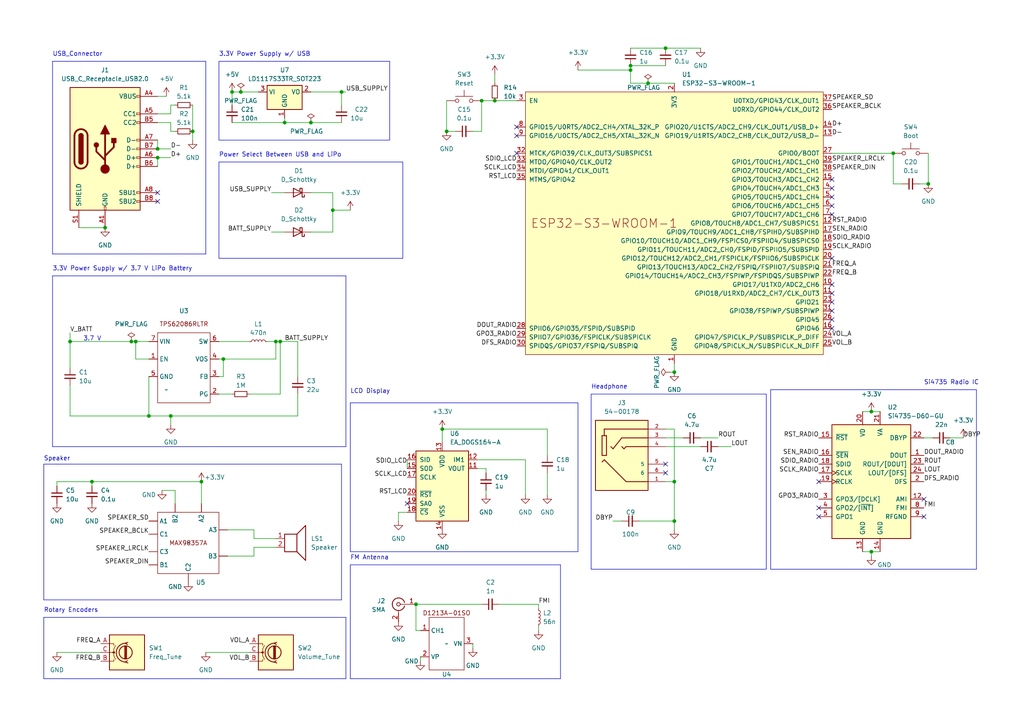
<source format=kicad_sch>
(kicad_sch (version 20231120) (generator "eeschema") (generator_version "8.0")
  (paper "A4")
  (lib_symbols
    (symbol "54-00178:54-00178" (pin_names (offset 1.016))
      (property "Reference" "J" (at -2.54 10.922 0))
      (property "Value" "54-00178" (at -5.08 -12.7 0))
      (symbol "54-00178_0_0"
        (pin passive line (at 12.7 -7.62 180) (length 5.08) (name "~") (number "1"))
        (pin passive line (at 12.7 7.62 180) (length 5.08) (name "~") (number "2"))
        (pin passive line (at 12.7 5.08 180) (length 5.08) (name "~") (number "3"))
        (pin passive line (at 12.7 2.54 180) (length 5.08) (name "~") (number "4"))
        (pin passive line (at 12.7 -2.54 180) (length 5.08) (name "5") (number "5"))
        (pin passive line (at 12.7 -5.08 180) (length 5.08) (name "6") (number "6"))
      )
    )
    (symbol "Connector:Conn_Coaxial" (pin_names (offset 1.016) hide)
      (property "Reference" "J" (at 0.254 3.048 0))
      (property "Value" "Conn_Coaxial" (at 2.921 0 90))
      (symbol "Conn_Coaxial_1_1"
        (pin passive line (at -5.08 0 0) (length 2.54) (name "In") (number "1"))
        (pin passive line (at 0 -5.08 90) (length 2.54) (name "Ext") (number "2"))
      )
    )
    (symbol "Connector:USB_C_Receptacle_USB2.0" (pin_names (offset 1.016))
      (property "Reference" "J" (at -10.16 19.05 0))
      (property "Value" "USB_C_Receptacle_USB2.0" (at 19.05 19.05 0))
      (symbol "USB_C_Receptacle_USB2.0_1_1"
        (pin passive line (at 0 -22.86 90) (length 5.08) (name "GND") (number "A1"))
        (pin passive line (at 0 -22.86 90) (length 5.08) hide (name "GND") (number "A12"))
        (pin passive line (at 15.24 15.24 180) (length 5.08) (name "VBUS") (number "A4"))
        (pin bidirectional line (at 15.24 10.16 180) (length 5.08) (name "CC1") (number "A5"))
        (pin bidirectional line (at 15.24 -2.54 180) (length 5.08) (name "D+") (number "A6"))
        (pin bidirectional line (at 15.24 2.54 180) (length 5.08) (name "D-") (number "A7"))
        (pin bidirectional line (at 15.24 -12.7 180) (length 5.08) (name "SBU1") (number "A8"))
        (pin passive line (at 15.24 15.24 180) (length 5.08) hide (name "VBUS") (number "A9"))
        (pin passive line (at 0 -22.86 90) (length 5.08) hide (name "GND") (number "B1"))
        (pin passive line (at 0 -22.86 90) (length 5.08) hide (name "GND") (number "B12"))
        (pin passive line (at 15.24 15.24 180) (length 5.08) hide (name "VBUS") (number "B4"))
        (pin bidirectional line (at 15.24 7.62 180) (length 5.08) (name "CC2") (number "B5"))
        (pin bidirectional line (at 15.24 -5.08 180) (length 5.08) (name "D+") (number "B6"))
        (pin bidirectional line (at 15.24 0 180) (length 5.08) (name "D-") (number "B7"))
        (pin bidirectional line (at 15.24 -15.24 180) (length 5.08) (name "SBU2") (number "B8"))
        (pin passive line (at 15.24 15.24 180) (length 5.08) hide (name "VBUS") (number "B9"))
        (pin passive line (at -7.62 -22.86 90) (length 5.08) (name "SHIELD") (number "S1"))
      )
    )
    (symbol "Device:C_Small" (pin_numbers hide) (pin_names (offset 0.254) hide)
      (property "Reference" "C" (at 0.254 1.778 0))
      (property "Value" "C_Small" (at 0.254 -2.032 0))
      (symbol "C_Small_1_1"
        (pin passive line (at 0 2.54 270) (length 2.032) (name "~") (number "1"))
        (pin passive line (at 0 -2.54 90) (length 2.032) (name "~") (number "2"))
      )
    )
    (symbol "Device:D_Schottky" (pin_numbers hide) (pin_names (offset 1.016) hide)
      (property "Reference" "D" (at 0 2.54 0))
      (property "Value" "D_Schottky" (at 0 -2.54 0))
      (symbol "D_Schottky_1_1"
        (pin passive line (at -3.81 0 0) (length 2.54) (name "K") (number "1"))
        (pin passive line (at 3.81 0 180) (length 2.54) (name "A") (number "2"))
      )
    )
    (symbol "Device:L_Small" (pin_numbers hide) (pin_names (offset 0.254) hide)
      (property "Reference" "L" (at 0.762 1.016 0))
      (property "Value" "L_Small" (at 0.762 -1.016 0))
      (symbol "L_Small_1_1"
        (pin passive line (at 0 2.54 270) (length 0.508) (name "~") (number "1"))
        (pin passive line (at 0 -2.54 90) (length 0.508) (name "~") (number "2"))
      )
    )
    (symbol "Device:R_Small" (pin_numbers hide) (pin_names (offset 0.254) hide)
      (property "Reference" "R" (at 0.762 0.508 0))
      (property "Value" "R_Small" (at 0.762 -1.016 0))
      (symbol "R_Small_1_1"
        (pin passive line (at 0 2.54 270) (length 0.762) (name "~") (number "1"))
        (pin passive line (at 0 -2.54 90) (length 0.762) (name "~") (number "2"))
      )
    )
    (symbol "Device:RotaryEncoder" (pin_names (offset 0.254) hide)
      (property "Reference" "SW" (at 0 6.604 0))
      (property "Value" "RotaryEncoder" (at 0 -6.604 0))
      (symbol "RotaryEncoder_1_1"
        (pin passive line (at -7.62 2.54 0) (length 2.54) (name "A") (number "A"))
        (pin passive line (at -7.62 -2.54 0) (length 2.54) (name "B") (number "B"))
        (pin passive line (at -7.62 0 0) (length 2.54) (name "C") (number "C"))
      )
    )
    (symbol "Device:Speaker" (pin_names (offset 0) hide)
      (property "Reference" "LS" (at 1.27 5.715 0))
      (property "Value" "Speaker" (at 1.27 3.81 0))
      (symbol "Speaker_1_1"
        (pin input line (at -5.08 0 0) (length 2.54) (name "1") (number "1"))
        (pin input line (at -5.08 -2.54 0) (length 2.54) (name "2") (number "2"))
      )
    )
    (symbol "Display_Graphic:EA_DOGS104B-A" (pin_names (offset 1.016))
      (property "Reference" "U" (at -5.842 11.684 0))
      (property "Value" "EA_DOGS104B-A" (at 1.524 11.684 0))
      (symbol "EA_DOGS104B-A_1_1"
        (pin no_connect line (at 7.62 0 180) (length 2.54) hide (name "NC") (number "1"))
        (pin no_connect line (at 7.62 -7.62 180) (length 2.54) hide (name "NC") (number "10"))
        (pin output line (at 10.16 5.08 180) (length 2.54) (name "VOUT") (number "11"))
        (pin input line (at 10.16 7.62 180) (length 2.54) (name "IM1") (number "12"))
        (pin power_in line (at 0 12.7 270) (length 2.54) (name "VDD") (number "13"))
        (pin power_in line (at 0 -12.7 90) (length 2.54) (name "VSS") (number "14"))
        (pin output line (at -10.16 5.08 0) (length 2.54) (name "SOD") (number "15"))
        (pin input line (at -10.16 7.62 0) (length 2.54) (name "SID") (number "16"))
        (pin input line (at -10.16 2.54 0) (length 2.54) (name "SCLK") (number "17"))
        (pin input line (at -10.16 -7.62 0) (length 2.54) (name "~{CS}") (number "18"))
        (pin input line (at -10.16 -5.08 0) (length 2.54) (name "SA0") (number "19"))
        (pin no_connect line (at 7.62 -2.54 180) (length 2.54) hide (name "NC") (number "2"))
        (pin input line (at -10.16 -2.54 0) (length 2.54) (name "~{RST}") (number "20"))
        (pin no_connect line (at 7.62 -5.08 180) (length 2.54) hide (name "NC") (number "9"))
      )
    )
    (symbol "PCM_Espressif:ESP32-S3-WROOM-1" (pin_names (offset 1.016))
      (property "Reference" "U" (at -43.18 43.18 0))
      (property "Value" "ESP32-S3-WROOM-1" (at -43.18 40.64 0))
      (symbol "ESP32-S3-WROOM-1_0_0"
        (text "ESP32-S3-WROOM-1" (at -20.32 0 0) (effects (font (size 2.54 2.54))))
        (pin power_in line (at 0 -40.64 90) (length 2.54) (name "GND") (number "1"))
        (pin bidirectional line (at 45.72 -17.78 180) (length 2.54) (name "GPIO17/U1TXD/ADC2_CH6") (number "10"))
        (pin bidirectional line (at 45.72 -20.32 180) (length 2.54) (name "GPIO18/U1RXD/ADC2_CH7/CLK_OUT3") (number "11"))
        (pin bidirectional line (at 45.72 0 180) (length 2.54) (name "GPIO8/TOUCH8/ADC1_CH7/SUBSPICS1") (number "12"))
        (pin bidirectional line (at 45.72 25.4 180) (length 2.54) (name "GPIO19/U1RTS/ADC2_CH8/CLK_OUT2/USB_D-") (number "13"))
        (pin bidirectional line (at 45.72 27.94 180) (length 2.54) (name "GPIO20/U1CTS/ADC2_CH9/CLK_OUT1/USB_D+") (number "14"))
        (pin bidirectional line (at 45.72 12.7 180) (length 2.54) (name "GPIO3/TOUCH3/ADC1_CH2") (number "15"))
        (pin bidirectional line (at 45.72 -30.48 180) (length 2.54) (name "GPIO46") (number "16"))
        (pin bidirectional line (at 45.72 -2.54 180) (length 2.54) (name "GPIO9/TOUCH9/ADC1_CH8/FSPIHD/SUBSPIHD") (number "17"))
        (pin bidirectional line (at 45.72 -5.08 180) (length 2.54) (name "GPIO10/TOUCH10/ADC1_CH9/FSPICS0/FSPIIO4/SUBSPICS0") (number "18"))
        (pin bidirectional line (at 45.72 -7.62 180) (length 2.54) (name "GPIO11/TOUCH11/ADC2_CH0/FSPID/FSPIIO5/SUBSPID") (number "19"))
        (pin power_in line (at 0 40.64 270) (length 2.54) (name "3V3") (number "2"))
        (pin bidirectional line (at 45.72 -10.16 180) (length 2.54) (name "GPIO12/TOUCH12/ADC2_CH1/FSPICLK/FSPIIO6/SUBSPICLK") (number "20"))
        (pin bidirectional line (at 45.72 -12.7 180) (length 2.54) (name "GPIO13/TOUCH13/ADC2_CH2/FSPIQ/FSPIIO7/SUBSPIQ") (number "21"))
        (pin bidirectional line (at 45.72 -15.24 180) (length 2.54) (name "GPIO14/TOUCH14/ADC2_CH3/FSPIWP/FSPIDQS/SUBSPIWP") (number "22"))
        (pin bidirectional line (at 45.72 -22.86 180) (length 2.54) (name "GPIO21") (number "23"))
        (pin bidirectional line (at 45.72 -33.02 180) (length 2.54) (name "GPIO47/SPICLK_P/SUBSPICLK_P_DIFF") (number "24"))
        (pin bidirectional line (at 45.72 -35.56 180) (length 2.54) (name "GPIO48/SPICLK_N/SUBSPICLK_N_DIFF") (number "25"))
        (pin bidirectional line (at 45.72 -27.94 180) (length 2.54) (name "GPIO45") (number "26"))
        (pin bidirectional line (at 45.72 20.32 180) (length 2.54) (name "GPIO0/BOOT") (number "27"))
        (pin bidirectional line (at -45.72 -30.48 0) (length 2.54) (name "SPIIO6/GPIO35/FSPID/SUBSPID") (number "28"))
        (pin bidirectional line (at -45.72 -33.02 0) (length 2.54) (name "SPIIO7/GPIO36/FSPICLK/SUBSPICLK") (number "29"))
        (pin input line (at -45.72 35.56 0) (length 2.54) (name "EN") (number "3"))
        (pin bidirectional line (at -45.72 -35.56 0) (length 2.54) (name "SPIDQS/GPIO37/FSPIQ/SUBSPIQ") (number "30"))
        (pin bidirectional line (at 45.72 -25.4 180) (length 2.54) (name "GPIO38/FSPIWP/SUBSPIWP") (number "31"))
        (pin bidirectional line (at -45.72 20.32 0) (length 2.54) (name "MTCK/GPIO39/CLK_OUT3/SUBSPICS1") (number "32"))
        (pin bidirectional line (at -45.72 17.78 0) (length 2.54) (name "MTDO/GPIO40/CLK_OUT2") (number "33"))
        (pin bidirectional line (at -45.72 15.24 0) (length 2.54) (name "MTDI/GPIO41/CLK_OUT1") (number "34"))
        (pin bidirectional line (at -45.72 12.7 0) (length 2.54) (name "MTMS/GPIO42") (number "35"))
        (pin bidirectional line (at 45.72 33.02 180) (length 2.54) (name "U0RXD/GPIO44/CLK_OUT2") (number "36"))
        (pin bidirectional line (at 45.72 35.56 180) (length 2.54) (name "U0TXD/GPIO43/CLK_OUT1") (number "37"))
        (pin bidirectional line (at 45.72 15.24 180) (length 2.54) (name "GPIO2/TOUCH2/ADC1_CH1") (number "38"))
        (pin bidirectional line (at 45.72 17.78 180) (length 2.54) (name "GPIO1/TOUCH1/ADC1_CH0") (number "39"))
        (pin bidirectional line (at 45.72 10.16 180) (length 2.54) (name "GPIO4/TOUCH4/ADC1_CH3") (number "4"))
        (pin passive line (at 0 -40.64 90) (length 2.54) hide (name "GND") (number "40"))
        (pin passive line (at 0 -40.64 90) (length 2.54) hide (name "GND") (number "41"))
        (pin bidirectional line (at 45.72 7.62 180) (length 2.54) (name "GPIO5/TOUCH5/ADC1_CH4") (number "5"))
        (pin bidirectional line (at 45.72 5.08 180) (length 2.54) (name "GPIO6/TOUCH6/ADC1_CH5") (number "6"))
        (pin bidirectional line (at 45.72 2.54 180) (length 2.54) (name "GPIO7/TOUCH7/ADC1_CH6") (number "7"))
        (pin bidirectional line (at -45.72 27.94 0) (length 2.54) (name "GPIO15/U0RTS/ADC2_CH4/XTAL_32K_P") (number "8"))
        (pin bidirectional line (at -45.72 25.4 0) (length 2.54) (name "GPIO16/U0CTS/ADC2_CH5/XTAL_32K_N") (number "9"))
      )
    )
    (symbol "RF_AM_FM:Si4735-D60-GU" (pin_names (offset 1.016))
      (property "Reference" "U" (at -5.08 19.685 0))
      (property "Value" "Si4735-D60-GU" (at -5.08 17.78 0))
      (symbol "Si4735-D60-GU_1_1"
        (pin output line (at 15.24 7.62 180) (length 3.81) (name "DOUT") (number "1"))
        (pin no_connect line (at -5.08 -16.51 90) (length 3.81) hide (name "NC") (number "10"))
        (pin no_connect line (at 5.08 -16.51 90) (length 3.81) hide (name "NC") (number "11"))
        (pin input line (at 15.24 -5.08 180) (length 3.81) (name "AMI") (number "12"))
        (pin power_in line (at -2.54 -20.32 90) (length 3.81) (name "GND") (number "13"))
        (pin power_in line (at 2.54 -20.32 90) (length 3.81) (name "GND") (number "14"))
        (pin input line (at -15.24 12.7 0) (length 3.81) (name "~{RST}") (number "15"))
        (pin input line (at -15.24 7.62 0) (length 3.81) (name "~{SEN}") (number "16"))
        (pin input clock (at -15.24 2.54 0) (length 3.81) (name "SCLK") (number "17"))
        (pin bidirectional line (at -15.24 5.08 0) (length 3.81) (name "SDIO") (number "18"))
        (pin input clock (at -15.24 0 0) (length 3.81) (name "RCLK") (number "19"))
        (pin input line (at 15.24 0 180) (length 3.81) (name "DFS") (number "2"))
        (pin power_in line (at -2.54 20.32 270) (length 3.81) (name "VD") (number "20"))
        (pin power_in line (at 2.54 20.32 270) (length 3.81) (name "VA") (number "21"))
        (pin passive line (at 15.24 12.7 180) (length 3.81) (name "DBYP") (number "22"))
        (pin output line (at 15.24 5.08 180) (length 3.81) (name "ROUT/[DOUT]") (number "23"))
        (pin bidirectional line (at 15.24 2.54 180) (length 3.81) (name "LOUT/[DFS]") (number "24"))
        (pin bidirectional line (at -15.24 -5.08 0) (length 3.81) (name "GPO3/[DCLK]") (number "3"))
        (pin output line (at -15.24 -7.62 0) (length 3.81) (name "GPO2/[~{INT}]") (number "4"))
        (pin output line (at -15.24 -10.16 0) (length 3.81) (name "GPO1") (number "5"))
        (pin no_connect line (at -11.43 -12.7 0) (length 3.81) hide (name "NC") (number "6"))
        (pin no_connect line (at 11.43 -12.7 180) (length 3.81) hide (name "NC") (number "7"))
        (pin input line (at 15.24 -7.62 180) (length 3.81) (name "FMI") (number "8"))
        (pin power_in line (at 15.24 -10.16 180) (length 3.81) (name "RFGND") (number "9"))
      )
    )
    (symbol "Regulator_Linear:LD1117S33TR_SOT223"
      (property "Reference" "U" (at -3.81 3.175 0))
      (property "Value" "LD1117S33TR_SOT223" (at 0 3.175 0))
      (symbol "LD1117S33TR_SOT223_1_1"
        (pin power_in line (at 0 -7.62 90) (length 2.54) (name "GND") (number "1"))
        (pin power_out line (at 7.62 0 180) (length 2.54) (name "VO") (number "2"))
        (pin power_in line (at -7.62 0 0) (length 2.54) (name "VI") (number "3"))
      )
    )
    (symbol "Switch:SW_Push" (pin_numbers hide) (pin_names (offset 1.016) hide)
      (property "Reference" "SW" (at 1.27 2.54 0))
      (property "Value" "SW_Push" (at 0 -1.524 0))
      (symbol "SW_Push_0_1"
        (pin passive line (at -5.08 0 0) (length 2.54) (name "1") (number "1"))
        (pin passive line (at 5.08 0 180) (length 2.54) (name "2") (number "2"))
      )
    )
    (symbol "power:+3.3V" (power) (pin_names (offset 0))
      (property "Value" "+3.3V" (at 0 3.556 0))
      (symbol "+3.3V_1_1"
        (pin power_in line (at 0 0 90) (length 0) hide (name "+3.3V") (number "1"))
      )
    )
    (symbol "power:+5V" (power) (pin_names (offset 0))
      (property "Value" "+5V" (at 0 3.556 0))
      (symbol "+5V_1_1"
        (pin power_in line (at 0 0 90) (length 0) hide (name "+5V") (number "1"))
      )
    )
    (symbol "power:GND" (power) (pin_names (offset 0))
      (property "Value" "GND" (at 0 -3.81 0))
      (symbol "GND_1_1"
        (pin power_in line (at 0 0 270) (length 0) hide (name "GND") (number "1"))
      )
    )
    (symbol "power:PWR_FLAG" (power) (pin_numbers hide) (pin_names (offset 0) hide)
      (property "Value" "PWR_FLAG" (at 0 3.81 0))
      (symbol "PWR_FLAG_0_0"
        (pin power_out line (at 0 0 90) (length 0) (name "pwr") (number "1"))
      )
    )
    (symbol "radio-proj:D1213A-01SO"
      (property "Reference" "U4" (at 0 -8.89 0))
      (property "Value" "~" (at 0 0 0))
      (symbol "D1213A-01SO_1_1"
        (text "D1213A-01SO" (at 0 8.89 0) (effects (font (size 1.27 1.27))))
        (pin input line (at -7.62 3.81 0) (length 2.54) (name "CH1") (number "1"))
        (pin input line (at -7.62 -3.81 0) (length 2.54) (name "VP") (number "2"))
        (pin input line (at 7.62 0 180) (length 2.54) (name "VN") (number "3"))
      )
    )
    (symbol "radio-proj:MAX98357A"
      (property "Reference" "U5" (at 2.1941 -11.43 0))
      (property "Value" "~" (at 0 0 0))
      (symbol "MAX98357A_1_1"
        (text "MAX98357A" (at 0 0 0) (effects (font (size 1.27 1.27))))
        (pin input line (at -11.43 6.35 0) (length 2.54) (name "A1") (number ""))
        (pin input line (at 3.81 11.43 270) (length 2.54) (name "A2") (number ""))
        (pin output line (at 11.43 3.81 180) (length 2.54) (name "A3") (number ""))
        (pin input line (at -11.43 -6.35 0) (length 2.54) (name "B1") (number ""))
        (pin input line (at -3.81 11.43 270) (length 2.54) (name "B2") (number ""))
        (pin output line (at 11.43 -3.81 180) (length 2.54) (name "B3") (number ""))
        (pin input line (at -11.43 2.54 0) (length 2.54) (name "C1") (number ""))
        (pin input line (at 0 -11.43 90) (length 2.54) (name "C2") (number ""))
        (pin input line (at -11.43 -2.54 0) (length 2.54) (name "C3") (number ""))
      )
    )
    (symbol "radio-proj:TPS62086RLTR"
      (property "Reference" "U" (at 0 -10.16 0))
      (symbol "TPS62086RLTR_1_1"
        (text "TPS62086RLTR" (at 0 13.97 0) (effects (font (size 1.27 1.27))))
        (pin input line (at -10.16 3.81 0) (length 2.54) (name "EN") (number "1"))
        (pin output line (at 10.16 -6.35 180) (length 2.54) (name "PG") (number "2"))
        (pin input line (at 10.16 -1.27 180) (length 2.54) (name "FB") (number "3"))
        (pin input line (at 10.16 3.81 180) (length 2.54) (name "VOS") (number "4"))
        (pin input line (at -10.16 -1.27 0) (length 2.54) (name "GND") (number "5"))
        (pin power_out line (at 10.16 8.89 180) (length 2.54) (name "SW") (number "6"))
        (pin power_in line (at -10.16 8.89 0) (length 2.54) (name "VIN") (number "7"))
      )
    )
  )
  (junction (at 182.88 19.05))
  (junction (at 120.65 175.26))
  (junction (at 67.31 26.67))
  (junction (at 45.72 45.72))
  (junction (at 49.53 120.65))
  (junction (at 90.17 35.56))
  (junction (at 26.67 139.7))
  (junction (at 259.08 44.45))
  (junction (at 20.32 99.06))
  (junction (at 143.51 29.21))
  (junction (at 38.1 99.06))
  (junction (at 55.88 38.1))
  (junction (at 269.24 53.34))
  (junction (at 195.58 151.13))
  (junction (at 81.28 99.06))
  (junction (at 187.96 24.13))
  (junction (at 30.48 66.04))
  (junction (at 69.85 26.67))
  (junction (at 129.54 38.1))
  (junction (at 39.37 99.06))
  (junction (at 64.77 104.14))
  (junction (at 80.01 99.06))
  (junction (at 58.42 139.7))
  (junction (at 139.7 29.21))
  (junction (at 45.72 43.18))
  (junction (at 193.04 13.97))
  (junction (at 99.06 26.67))
  (junction (at 195.58 107.95))
  (junction (at 43.18 120.65))
  (junction (at 96.52 60.96))
  (junction (at 82.55 35.56))
  (junction (at 195.58 139.7))
  (junction (at 128.27 124.46))
  (junction (at 182.88 20.32))
  (junction (at 252.73 119.38))
  (junction (at 252.73 160.02))
  (no_connect (at 241.3 87.63))
  (no_connect (at 149.86 44.45))
  (no_connect (at 241.3 95.25))
  (no_connect (at 267.97 149.86))
  (no_connect (at 45.72 58.42))
  (no_connect (at 118.11 146.05))
  (no_connect (at 267.97 144.78))
  (no_connect (at 241.3 62.23))
  (no_connect (at 241.3 90.17))
  (no_connect (at 241.3 57.15))
  (no_connect (at 237.49 147.32))
  (no_connect (at 237.49 139.7))
  (no_connect (at 241.3 85.09))
  (no_connect (at 193.04 134.62))
  (no_connect (at 241.3 54.61))
  (no_connect (at 149.86 36.83))
  (no_connect (at 241.3 82.55))
  (no_connect (at 241.3 92.71))
  (no_connect (at 149.86 39.37))
  (no_connect (at 193.04 137.16))
  (no_connect (at 45.72 55.88))
  (no_connect (at 237.49 149.86))
  (no_connect (at 241.3 74.93))
  (no_connect (at 241.3 59.69))
  (no_connect (at 241.3 52.07))
  (wire (pts (xy 81.28 114.3) (xy 81.28 99.06)))
  (wire (pts (xy 20.32 111.76) (xy 20.32 120.65)))
  (wire (pts (xy 252.73 119.38) (xy 255.27 119.38)))
  (wire (pts (xy 96.52 60.96) (xy 101.6 60.96)))
  (wire (pts (xy 86.36 109.22) (xy 86.36 99.06)))
  (wire (pts (xy 158.75 124.46) (xy 128.27 124.46)))
  (wire (pts (xy 193.04 139.7) (xy 195.58 139.7)))
  (wire (pts (xy 152.4 133.35) (xy 138.43 133.35)))
  (wire (pts (xy 182.88 20.32) (xy 182.88 19.05)))
  (polyline (pts (xy 15.24 80.01) (xy 100.33 80.01)))
  (wire (pts (xy 182.88 24.13) (xy 182.88 20.32)))
  (polyline (pts (xy 283.21 165.1) (xy 223.52 165.1)))
  (wire (pts (xy 45.72 33.02) (xy 49.53 33.02)))
  (polyline (pts (xy 12.7 173.99) (xy 12.7 134.62)))
  (wire (pts (xy 193.04 127) (xy 198.12 127)))
  (wire (pts (xy 82.55 35.56) (xy 90.17 35.56)))
  (wire (pts (xy 120.65 175.26) (xy 139.7 175.26)))
  (wire (pts (xy 275.59 127) (xy 279.4 127)))
  (wire (pts (xy 49.53 120.65) (xy 86.36 120.65)))
  (wire (pts (xy 50.8 30.48) (xy 49.53 30.48)))
  (wire (pts (xy 203.2 127) (xy 208.28 127)))
  (wire (pts (xy 49.53 30.48) (xy 49.53 33.02)))
  (wire (pts (xy 49.53 35.56) (xy 49.53 38.1)))
  (wire (pts (xy 20.32 99.06) (xy 20.32 96.52)))
  (wire (pts (xy 67.31 35.56) (xy 82.55 35.56)))
  (wire (pts (xy 195.58 139.7) (xy 195.58 151.13)))
  (wire (pts (xy 73.66 158.75) (xy 80.01 158.75)))
  (wire (pts (xy 252.73 160.02) (xy 252.73 161.29)))
  (wire (pts (xy 140.97 142.24) (xy 140.97 143.51)))
  (polyline (pts (xy 223.52 121.92) (xy 223.52 165.1)))
  (wire (pts (xy 96.52 55.88) (xy 96.52 60.96)))
  (polyline (pts (xy 59.69 73.66) (xy 15.24 73.66)))
  (polyline (pts (xy 100.33 196.85) (xy 100.33 179.07)))
  (wire (pts (xy 58.42 139.7) (xy 26.67 139.7)))
  (wire (pts (xy 250.19 119.38) (xy 252.73 119.38)))
  (wire (pts (xy 39.37 104.14) (xy 39.37 99.06)))
  (wire (pts (xy 55.88 38.1) (xy 55.88 40.64)))
  (wire (pts (xy 78.74 55.88) (xy 82.55 55.88)))
  (polyline (pts (xy 283.21 113.03) (xy 283.21 165.1)))
  (wire (pts (xy 120.65 182.88) (xy 121.92 182.88)))
  (wire (pts (xy 195.58 105.41) (xy 195.58 107.95)))
  (wire (pts (xy 20.32 106.68) (xy 20.32 99.06)))
  (wire (pts (xy 59.69 189.23) (xy 72.39 189.23)))
  (wire (pts (xy 86.36 114.3) (xy 86.36 120.65)))
  (polyline (pts (xy 99.06 173.99) (xy 12.7 173.99)))
  (polyline (pts (xy 63.5 129.54) (xy 15.24 129.54)))
  (wire (pts (xy 156.21 175.26) (xy 156.21 176.53)))
  (wire (pts (xy 143.51 21.59) (xy 143.51 24.13)))
  (polyline (pts (xy 162.56 196.85) (xy 101.6 196.85)))
  (polyline (pts (xy 12.7 196.85) (xy 100.33 196.85)))
  (wire (pts (xy 193.04 13.97) (xy 203.2 13.97)))
  (wire (pts (xy 139.7 29.21) (xy 143.51 29.21)))
  (wire (pts (xy 252.73 160.02) (xy 255.27 160.02)))
  (wire (pts (xy 81.28 99.06) (xy 80.01 99.06)))
  (wire (pts (xy 50.8 142.24) (xy 50.8 146.05)))
  (polyline (pts (xy 223.52 121.92) (xy 223.52 113.03)))
  (wire (pts (xy 45.72 45.72) (xy 49.53 45.72)))
  (wire (pts (xy 129.54 38.1) (xy 132.08 38.1)))
  (polyline (pts (xy 100.33 80.01) (xy 100.33 129.54)))
  (wire (pts (xy 267.97 127) (xy 270.51 127)))
  (wire (pts (xy 266.7 53.34) (xy 269.24 53.34)))
  (wire (pts (xy 49.53 123.19) (xy 49.53 120.65)))
  (wire (pts (xy 156.21 181.61) (xy 156.21 182.88)))
  (polyline (pts (xy 12.7 179.07) (xy 100.33 179.07)))
  (polyline (pts (xy 15.24 17.78) (xy 59.69 17.78)))
  (wire (pts (xy 90.17 55.88) (xy 96.52 55.88)))
  (wire (pts (xy 80.01 104.14) (xy 80.01 99.06)))
  (polyline (pts (xy 16.51 134.62) (xy 99.06 134.62)))
  (wire (pts (xy 96.52 67.31) (xy 90.17 67.31)))
  (wire (pts (xy 177.8 151.13) (xy 180.34 151.13)))
  (wire (pts (xy 208.28 129.54) (xy 212.09 129.54)))
  (wire (pts (xy 194.31 107.95) (xy 195.58 107.95)))
  (wire (pts (xy 140.97 135.89) (xy 140.97 137.16)))
  (wire (pts (xy 195.58 24.13) (xy 187.96 24.13)))
  (wire (pts (xy 90.17 35.56) (xy 99.06 35.56)))
  (wire (pts (xy 80.01 99.06) (xy 77.47 99.06)))
  (wire (pts (xy 63.5 104.14) (xy 64.77 104.14)))
  (wire (pts (xy 250.19 160.02) (xy 252.73 160.02)))
  (wire (pts (xy 49.53 38.1) (xy 50.8 38.1)))
  (polyline (pts (xy 12.7 134.62) (xy 16.51 134.62)))
  (wire (pts (xy 193.04 129.54) (xy 203.2 129.54)))
  (wire (pts (xy 45.72 40.64) (xy 45.72 43.18)))
  (wire (pts (xy 182.88 19.05) (xy 193.04 19.05)))
  (wire (pts (xy 138.43 135.89) (xy 140.97 135.89)))
  (polyline (pts (xy 101.6 163.83) (xy 101.6 196.85)))
  (wire (pts (xy 63.5 99.06) (xy 72.39 99.06)))
  (wire (pts (xy 259.08 44.45) (xy 259.08 53.34)))
  (wire (pts (xy 121.92 190.5) (xy 121.92 191.77)))
  (wire (pts (xy 73.66 156.21) (xy 80.01 156.21)))
  (wire (pts (xy 185.42 151.13) (xy 195.58 151.13)))
  (wire (pts (xy 46.99 142.24) (xy 50.8 142.24)))
  (wire (pts (xy 63.5 114.3) (xy 67.31 114.3)))
  (wire (pts (xy 43.18 109.22) (xy 43.18 120.65)))
  (wire (pts (xy 39.37 99.06) (xy 43.18 99.06)))
  (wire (pts (xy 144.78 175.26) (xy 156.21 175.26)))
  (wire (pts (xy 182.88 13.97) (xy 193.04 13.97)))
  (wire (pts (xy 45.72 27.94) (xy 48.26 27.94)))
  (wire (pts (xy 74.93 26.67) (xy 69.85 26.67)))
  (wire (pts (xy 78.74 67.31) (xy 82.55 67.31)))
  (polyline (pts (xy 15.24 80.01) (xy 15.24 129.54)))
  (polyline (pts (xy 162.56 163.83) (xy 162.56 196.85)))
  (wire (pts (xy 195.58 124.46) (xy 195.58 139.7)))
  (wire (pts (xy 16.51 189.23) (xy 29.21 189.23)))
  (wire (pts (xy 118.11 133.35) (xy 118.11 135.89)))
  (polyline (pts (xy 99.06 134.62) (xy 99.06 173.99)))
  (wire (pts (xy 16.51 139.7) (xy 16.51 140.97)))
  (wire (pts (xy 73.66 153.67) (xy 73.66 156.21)))
  (wire (pts (xy 45.72 45.72) (xy 45.72 48.26)))
  (wire (pts (xy 152.4 143.51) (xy 152.4 133.35)))
  (wire (pts (xy 137.16 186.69) (xy 137.16 187.96)))
  (wire (pts (xy 55.88 30.48) (xy 55.88 38.1)))
  (wire (pts (xy 241.3 44.45) (xy 259.08 44.45)))
  (polyline (pts (xy 63.5 129.54) (xy 100.33 129.54)))
  (polyline (pts (xy 12.7 179.07) (xy 12.7 196.85)))
  (wire (pts (xy 99.06 26.67) (xy 99.06 30.48)))
  (wire (pts (xy 22.86 66.04) (xy 30.48 66.04)))
  (wire (pts (xy 20.32 99.06) (xy 38.1 99.06)))
  (wire (pts (xy 64.77 104.14) (xy 80.01 104.14)))
  (wire (pts (xy 63.5 109.22) (xy 64.77 109.22)))
  (wire (pts (xy 58.42 146.05) (xy 58.42 139.7)))
  (wire (pts (xy 187.96 24.13) (xy 182.88 24.13)))
  (wire (pts (xy 167.64 20.32) (xy 182.88 20.32)))
  (polyline (pts (xy 101.6 163.83) (xy 162.56 163.83)))
  (wire (pts (xy 195.58 151.13) (xy 195.58 153.67)))
  (wire (pts (xy 259.08 53.34) (xy 261.62 53.34)))
  (polyline (pts (xy 223.52 113.03) (xy 283.21 113.03)))
  (wire (pts (xy 26.67 139.7) (xy 16.51 139.7)))
  (wire (pts (xy 43.18 104.14) (xy 39.37 104.14)))
  (wire (pts (xy 96.52 60.96) (xy 96.52 67.31)))
  (wire (pts (xy 26.67 139.7) (xy 26.67 140.97)))
  (wire (pts (xy 137.16 38.1) (xy 139.7 38.1)))
  (polyline (pts (xy 15.24 17.78) (xy 15.24 73.66)))
  (wire (pts (xy 64.77 109.22) (xy 64.77 104.14)))
  (wire (pts (xy 82.55 34.29) (xy 82.55 35.56)))
  (wire (pts (xy 128.27 124.46) (xy 128.27 128.27)))
  (wire (pts (xy 269.24 53.34) (xy 269.24 44.45)))
  (wire (pts (xy 67.31 26.67) (xy 67.31 30.48)))
  (wire (pts (xy 158.75 132.08) (xy 158.75 124.46)))
  (wire (pts (xy 20.32 120.65) (xy 43.18 120.65)))
  (wire (pts (xy 90.17 26.67) (xy 99.06 26.67)))
  (wire (pts (xy 158.75 137.16) (xy 158.75 143.51)))
  (wire (pts (xy 45.72 35.56) (xy 49.53 35.56)))
  (wire (pts (xy 129.54 29.21) (xy 129.54 38.1)))
  (wire (pts (xy 45.72 43.18) (xy 49.53 43.18)))
  (wire (pts (xy 118.11 148.59) (xy 115.57 148.59)))
  (wire (pts (xy 72.39 114.3) (xy 81.28 114.3)))
  (wire (pts (xy 193.04 124.46) (xy 195.58 124.46)))
  (wire (pts (xy 81.28 99.06) (xy 86.36 99.06)))
  (wire (pts (xy 73.66 161.29) (xy 73.66 158.75)))
  (wire (pts (xy 143.51 29.21) (xy 149.86 29.21)))
  (wire (pts (xy 69.85 26.67) (xy 67.31 26.67)))
  (wire (pts (xy 38.1 99.06) (xy 39.37 99.06)))
  (wire (pts (xy 99.06 26.67) (xy 100.33 26.67)))
  (wire (pts (xy 120.65 175.26) (xy 120.65 182.88)))
  (wire (pts (xy 66.04 153.67) (xy 73.66 153.67)))
  (wire (pts (xy 139.7 38.1) (xy 139.7 29.21)))
  (polyline (pts (xy 59.69 17.78) (xy 59.69 73.66)))
  (wire (pts (xy 43.18 120.65) (xy 49.53 120.65)))
  (wire (pts (xy 66.04 161.29) (xy 73.66 161.29)))
  (wire (pts (xy 115.57 148.59) (xy 115.57 151.13)))
  (rectangle (start 101.6 116.84) (end 167.64 160.02))
  (rectangle (start 171.45 114.3) (end 222.25 165.1))
  (rectangle (start 63.5 17.78) (end 113.03 40.64))
  (rectangle (start 63.5 46.99) (end 116.84 74.93))
  (text "Headphone" (at 171.45 113.03 0) (effects (font (size 1.27 1.27)) (justify left bottom)))
  (text "3.3V Power Supply w/ USB\n" (at 63.5 16.51 0) (effects (font (size 1.27 1.27)) (justify left bottom)))
  (text "USB_Connector\n" (at 15.24 16.51 0) (effects (font (size 1.27 1.27)) (justify left bottom)))
  (text "Speaker\n\n" (at 12.7 135.89 0) (effects (font (size 1.27 1.27)) (justify left bottom)))
  (text "Si4735 Radio IC" (at 267.97 111.76 0) (effects (font (size 1.27 1.27)) (justify left bottom)))
  (text "FM Antenna" (at 101.6 162.56 0) (effects (font (size 1.27 1.27)) (justify left bottom)))
  (text "Power Select Between USB and LiPo" (at 63.5 45.72 0) (effects (font (size 1.27 1.27)) (justify left bottom)))
  (text "Rotary Encoders\n" (at 12.7 177.8 0) (effects (font (size 1.27 1.27)) (justify left bottom)))
  (text "LCD Display\n" (at 101.6 114.3 0) (effects (font (size 1.27 1.27)) (justify left bottom)))
  (text "3.7 V" (at 24.13 99.06 0) (effects (font (size 1.27 1.27)) (justify left bottom)))
  (text "3.3V Power Supply w/ 3.7 V LiPo Battery\n" (at 15.24 78.74 0) (effects (font (size 1.27 1.27)) (justify left bottom)))
  (label "SPEAKER_SD" (at 241.3 29.21 0))
  (label "DFS_RADIO" (at 149.86 100.33 180))
  (label "SCLK_LCD" (at 149.86 49.53 180))
  (label "SDIO_LCD" (at 118.11 134.62 180))
  (label "DFS_RADIO" (at 267.97 139.7 0))
  (label "SDIO_RADIO" (at 237.49 134.62 180))
  (label "D-" (at 49.53 43.18 0))
  (label "VOL_B" (at 72.39 191.77 180))
  (label "SEN_RADIO" (at 237.49 132.08 180))
  (label "USB_SUPPLY" (at 78.74 55.88 180))
  (label "FREQ_B" (at 241.3 80.01 0))
  (label "RST_RADIO" (at 241.3 64.77 0))
  (label "SPEAKER_DIN" (at 241.3 49.53 0))
  (label "SPEAKER_BCLK" (at 241.3 31.75 0))
  (label "SDIO_LCD" (at 149.86 46.99 180))
  (label "SPEAKER_DIN" (at 43.18 163.83 180))
  (label "V_BATT" (at 20.32 96.52 0))
  (label "DOUT_RADIO" (at 267.97 132.08 0))
  (label "ROUT" (at 267.97 134.62 0))
  (label "DBYP" (at 177.8 151.13 180))
  (label "SPEAKER_SD" (at 43.18 151.13 180))
  (label "D+" (at 49.53 45.72 0))
  (label "SCLK_LCD" (at 118.11 138.43 180))
  (label "SDIO_RADIO" (at 241.3 69.85 0))
  (label "FMI" (at 267.97 147.32 0))
  (label "SCLK_RADIO" (at 237.49 137.16 180))
  (label "FREQ_B" (at 29.21 191.77 180))
  (label "FREQ_A" (at 241.3 77.47 0))
  (label "USB_SUPPLY" (at 100.33 26.67 0))
  (label "FMI" (at 156.21 175.26 0))
  (label "SEN_RADIO" (at 241.3 67.31 0))
  (label "BATT_SUPPLY" (at 82.55 99.06 0))
  (label "GPO3_RADIO" (at 149.86 97.79 180))
  (label "VOL_B" (at 241.3 100.33 0))
  (label "RST_LCD" (at 149.86 52.07 180))
  (label "D-" (at 241.3 39.37 0))
  (label "D+" (at 241.3 36.83 0))
  (label "RST_RADIO" (at 237.49 127 180))
  (label "FREQ_A" (at 29.21 186.69 180))
  (label "SPEAKER_BCLK" (at 43.18 154.94 180))
  (label "GPO3_RADIO" (at 237.49 144.78 180))
  (label "SPEAKER_LRCLK" (at 241.3 46.99 0))
  (label "LOUT" (at 267.97 137.16 0))
  (label "SPEAKER_LRCLK" (at 43.18 160.02 180))
  (label "LOUT" (at 212.09 129.54 0))
  (label "ROUT" (at 208.28 127 0))
  (label "VOL_A" (at 241.3 97.79 0))
  (label "DOUT_RADIO" (at 149.86 95.25 180))
  (label "VOL_A" (at 72.39 186.69 180))
  (label "SCLK_RADIO" (at 241.3 72.39 0))
  (label "DBYP" (at 279.4 127 0))
  (label "BATT_SUPPLY" (at 78.74 67.31 180))
  (label "RST_LCD" (at 118.11 143.51 180))
  (symbol (lib_id "Device:C_Small") (at 16.51 143.51 0) (unit 1)
    (property "Reference" "C5" (at 19.05 142.2463 0) (effects (justify left)))
    (property "Value" "10u" (at 19.05 144.7863 0) (effects (justify left)))
    (property "Footprint" "Capacitor_SMD:C_0805_2012Metric" (effects (hide yes)))
  )
  (symbol (lib_id "Device:RotaryEncoder") (at 80.01 189.23 0) (unit 1)
    (property "Reference" "SW2" (at 86.36 187.96 0) (effects (justify left)))
    (property "Value" "Volume_Tune" (at 86.36 190.5 0) (effects (justify left)))
    (property "Footprint" "RotaryEncoders:PEC12R-4XXXF-NXXXX_BRN" (effects (hide yes)))
  )
  (symbol (lib_id "Device:C_Small") (at 142.24 175.26 90) (unit 1)
    (property "Reference" "C2" (at 142.2463 168.91 90))
    (property "Value" "1n" (at 142.2463 171.45 90))
    (property "Footprint" "Capacitor_SMD:C_0603_1608Metric" (effects (hide yes)))
  )
  (symbol (lib_id "Device:R_Small") (at 69.85 114.3 90) (unit 1)
    (property "Reference" "R3" (at 69.85 109.22 90))
    (property "Value" "1M" (at 69.85 111.76 90))
    (property "Footprint" "Resistor_THT:R_Axial_DIN0207_L6.3mm_D2.5mm_P5.08mm_Vertical" (effects (hide yes)))
  )
  (symbol (lib_id "Device:R_Small") (at 143.51 26.67 0) (unit 1)
    (property "Reference" "R14" (at 146.05 25.4 0) (effects (justify left)))
    (property "Value" "10k" (at 146.05 27.94 0) (effects (justify left)))
    (property "Footprint" "Resistor_SMD:R_0805_2012Metric" (effects (hide yes)))
  )
  (symbol (lib_id "power:GND") (at 128.27 153.67 0) (unit 1)
    (property "Reference" "#PWR022" (effects (hide yes)))
    (property "Value" "GND" (at 128.27 158.75 0))
  )
  (symbol (lib_id "Device:C_Small") (at 200.66 127 90) (unit 1)
    (property "Reference" "C6" (at 200.6663 120.65 90))
    (property "Value" "4.7u" (at 200.6663 123.19 90))
    (property "Footprint" "Capacitor_SMD:C_0603_1608Metric" (effects (hide yes)))
  )
  (symbol (lib_id "power:PWR_FLAG") (at 194.31 107.95 90) (unit 1)
    (property "Reference" "#FLG06" (effects (hide yes)))
    (property "Value" "PWR_FLAG" (at 190.5 107.95 0))
  )
  (symbol (lib_id "power:GND") (at 59.69 189.23 0) (unit 1)
    (property "Reference" "#PWR017" (effects (hide yes)))
    (property "Value" "GND" (at 59.69 194.31 0))
  )
  (symbol (lib_id "power:+3.3V") (at 143.51 21.59 0) (unit 1)
    (property "Reference" "#PWR030" (effects (hide yes)))
    (property "Value" "+3.3V" (at 143.51 16.51 0))
  )
  (symbol (lib_id "power:PWR_FLAG") (at 90.17 35.56 0) (unit 1)
    (property "Reference" "#FLG02" (effects (hide yes)))
    (property "Value" "PWR_FLAG" (at 88.9 38.1 0))
  )
  (symbol (lib_id "Connector:Conn_Coaxial") (at 115.57 175.26 0) (mirror y) (unit 1)
    (property "Reference" "J2" (at 111.76 174.2832 0) (effects (justify left)))
    (property "Value" "SMA" (at 111.76 176.8232 0) (effects (justify left)))
    (property "Footprint" "CONSMA002_SMD_G_T:LINX_CONSMA002-SMD-G-T" (effects (hide yes)))
    (property "Datasheet" " ~" (effects (hide yes)))
  )
  (symbol (lib_id "power:PWR_FLAG") (at 187.96 24.13 0) (unit 1)
    (property "Reference" "#FLG05" (effects (hide yes)))
    (property "Value" "PWR_FLAG" (at 186.69 25.4 0))
  )
  (symbol (lib_id "power:GND") (at 30.48 66.04 0) (unit 1)
    (property "Reference" "#PWR01" (effects (hide yes)))
    (property "Value" "GND" (at 30.48 71.12 0))
  )
  (symbol (lib_id "power:GND") (at 55.88 40.64 0) (unit 1)
    (property "Reference" "#PWR02" (effects (hide yes)))
    (property "Value" "GND" (at 55.88 45.72 0))
  )
  (symbol (lib_id "power:+3.3V") (at 58.42 139.7 0) (unit 1)
    (property "Reference" "#PWR020" (effects (hide yes)))
    (property "Value" "+3.3V" (at 62.23 138.43 0))
  )
  (symbol (lib_id "power:+3.3V") (at 128.27 124.46 0) (unit 1)
    (property "Reference" "#PWR023" (effects (hide yes)))
    (property "Value" "+3.3V" (at 128.27 119.38 0))
  )
  (symbol (lib_id "power:GND") (at 158.75 143.51 0) (unit 1)
    (property "Reference" "#PWR025" (effects (hide yes)))
    (property "Value" "GND" (at 158.75 148.59 0))
  )
  (symbol (lib_id "Device:L_Small") (at 74.93 99.06 90) (unit 1)
    (property "Reference" "L1" (at 74.93 93.98 90))
    (property "Value" "470n" (at 74.93 96.52 90))
    (property "Footprint" "Inductor_SMD:L_1008_2520Metric" (effects (hide yes)))
  )
  (symbol (lib_id "power:GND") (at 203.2 13.97 0) (unit 1)
    (property "Reference" "#PWR013" (effects (hide yes)))
    (property "Value" "GND" (at 203.2 19.05 0))
  )
  (symbol (lib_id "power:GND") (at 195.58 107.95 0) (unit 1)
    (property "Reference" "#PWR015" (effects (hide yes)))
    (property "Value" "GND" (at 195.58 113.03 0))
  )
  (symbol (lib_id "Device:C_Small") (at 67.31 33.02 0) (unit 1)
    (property "Reference" "C21" (at 69.85 31.7563 0) (effects (justify left)))
    (property "Value" "100n" (at 69.85 34.2963 0) (effects (justify left)))
    (property "Footprint" "Capacitor_SMD:C_0603_1608Metric" (effects (hide yes)))
  )
  (symbol (lib_id "radio-proj:MAX98357A") (at 54.61 157.48 0) (unit 1)
    (property "Reference" "U5" (at 56.8041 168.91 0) (effects (justify left)))
    (property "Value" "~" (at 54.61 157.48 0))
    (property "Footprint" "MAX98357AETE+T:QFN50P300X300X80-17N" (effects (hide yes)))
  )
  (symbol (lib_id "Device:C_Small") (at 264.16 53.34 90) (unit 1)
    (property "Reference" "C20" (at 264.1663 46.99 90))
    (property "Value" "0.1u" (at 264.1663 49.53 90))
    (property "Footprint" "Capacitor_SMD:C_0603_1608Metric" (effects (hide yes)))
  )
  (symbol (lib_id "power:GND") (at 252.73 161.29 0) (unit 1)
    (property "Reference" "#PWR021" (effects (hide yes)))
    (property "Value" "GND" (at 256.54 163.83 0))
  )
  (symbol (lib_id "Device:D_Schottky") (at 86.36 67.31 180) (unit 1)
    (property "Reference" "D2" (at 86.6775 60.96 0))
    (property "Value" "D_Schottky" (at 86.6775 63.5 0))
    (property "Footprint" "Diode_SMD:D_0603_1608Metric" (effects (hide yes)))
  )
  (symbol (lib_id "power:GND") (at 129.54 38.1 0) (unit 1)
    (property "Reference" "#PWR012" (effects (hide yes)))
    (property "Value" "GND" (at 129.54 43.18 0))
  )
  (symbol (lib_id "power:GND") (at 152.4 143.51 0) (unit 1)
    (property "Reference" "#PWR024" (effects (hide yes)))
    (property "Value" "GND" (at 152.4 148.59 0))
  )
  (symbol (lib_id "power:+3.3V") (at 167.64 20.32 0) (unit 1)
    (property "Reference" "#PWR032" (effects (hide yes)))
    (property "Value" "+3.3V" (at 167.64 15.24 0))
  )
  (symbol (lib_id "power:GND") (at 54.61 168.91 0) (unit 1)
    (property "Reference" "#PWR07" (effects (hide yes)))
    (property "Value" "GND" (at 50.8 170.18 0))
  )
  (symbol (lib_id "power:GND") (at 121.92 191.77 0) (unit 1)
    (property "Reference" "#PWR019" (effects (hide yes)))
    (property "Value" "GND" (at 119.38 191.77 0))
  )
  (symbol (lib_id "Switch:SW_Push") (at 264.16 44.45 0) (unit 1)
    (property "Reference" "SW4" (at 264.16 36.83 0))
    (property "Value" "Boot" (at 264.16 39.37 0))
    (property "Footprint" "Button_Switch_SMD:SW_SPST_PTS645" (effects (hide yes)))
  )
  (symbol (lib_id "Switch:SW_Push") (at 134.62 29.21 0) (unit 1)
    (property "Reference" "SW3" (at 134.62 21.59 0))
    (property "Value" "Reset" (at 134.62 24.13 0))
    (property "Footprint" "Button_Switch_SMD:SW_SPST_PTS645" (effects (hide yes)))
  )
  (symbol (lib_id "Device:C_Small") (at 193.04 16.51 180) (unit 1)
    (property "Reference" "C17" (at 195.58 15.2336 0) (effects (justify right)))
    (property "Value" "0.1u" (at 195.58 17.7736 0) (effects (justify right)))
    (property "Footprint" "Capacitor_SMD:C_0603_1608Metric" (effects (hide yes)))
  )
  (symbol (lib_id "power:+3.3V") (at 101.6 60.96 0) (unit 1)
    (property "Reference" "#PWR06" (effects (hide yes)))
    (property "Value" "+3.3V" (at 101.6 55.88 0))
  )
  (symbol (lib_id "power:GND") (at 115.57 151.13 0) (unit 1)
    (property "Reference" "#PWR026" (effects (hide yes)))
    (property "Value" "GND" (at 115.57 156.21 0))
  )
  (symbol (lib_id "Device:C_Small") (at 140.97 139.7 0) (unit 1)
    (property "Reference" "C19" (at 143.51 138.4363 0) (effects (justify left)))
    (property "Value" "1u" (at 143.51 140.9763 0) (effects (justify left)))
    (property "Footprint" "Capacitor_SMD:C_0603_1608Metric" (effects (hide yes)))
  )
  (symbol (lib_id "power:+3.3V") (at 279.4 127 0) (unit 1)
    (property "Reference" "#PWR05" (effects (hide yes)))
    (property "Value" "+3.3V" (at 279.4 121.92 0))
  )
  (symbol (lib_id "Device:C_Small") (at 182.88 151.13 90) (unit 1)
    (property "Reference" "C9" (at 182.88 148.59 90))
    (property "Value" "100n" (at 182.88 154.94 90))
    (property "Footprint" "Capacitor_SMD:C_0603_1608Metric" (effects (hide yes)))
  )
  (symbol (lib_id "radio-proj:D1213A-01SO") (at 129.54 186.69 0) (unit 1)
    (property "Reference" "U4" (at 129.54 195.58 0))
    (property "Value" "~" (at 129.54 186.69 0))
    (property "Footprint" "D1213A-01SO-7 Diode:D1213A01SO7" (effects (hide yes)))
  )
  (symbol (lib_id "Device:C_Small") (at 158.75 134.62 0) (unit 1)
    (property "Reference" "C18" (at 161.29 133.3563 0) (effects (justify left)))
    (property "Value" "1u" (at 161.29 135.8963 0) (effects (justify left)))
    (property "Footprint" "Capacitor_SMD:C_0603_1608Metric" (effects (hide yes)))
  )
  (symbol (lib_id "PCM_Espressif:ESP32-S3-WROOM-1") (at 195.58 64.77 0) (unit 1)
    (property "Reference" "U1" (at 197.7741 21.59 0) (effects (justify left)))
    (property "Value" "ESP32-S3-WROOM-1" (at 197.7741 24.13 0) (effects (justify left)))
    (property "Footprint" "ESP32_S3_WROOM_1U_N4:XCVR_ESP32-S3-WROOM-1U-N4" (effects (hide yes)))
    (property "Datasheet" "https://www.espressif.com/sites/default/files/documentation/esp32-s3-wroom-1_wroom-1u_datasheet_en.pdf" (effects (hide yes)))
  )
  (symbol (lib_id "Device:Speaker") (at 85.09 156.21 0) (unit 1)
    (property "Reference" "LS1" (at 90.17 156.21 0) (effects (justify left)))
    (property "Value" "Speaker" (at 90.17 158.75 0) (effects (justify left)))
  )
  (symbol (lib_id "Device:C_Small") (at 99.06 33.02 0) (unit 1)
    (property "Reference" "C22" (at 102.87 31.75 0) (effects (justify left)))
    (property "Value" "10u" (at 101.6 34.29 0) (effects (justify left)))
    (property "Footprint" "Capacitor_SMD:C_0805_2012Metric" (effects (hide yes)))
  )
  (symbol (lib_id "power:GND") (at 156.21 182.88 0) (unit 1)
    (property "Reference" "#PWR011" (effects (hide yes)))
    (property "Value" "GND" (at 156.21 187.96 0))
  )
  (symbol (lib_id "Device:C_Small") (at 26.67 143.51 0) (unit 1)
    (property "Reference" "C4" (at 29.21 142.2463 0) (effects (justify left)))
    (property "Value" "0.1u" (at 29.21 144.7863 0) (effects (justify left)))
    (property "Footprint" "Capacitor_SMD:C_0603_1608Metric" (effects (hide yes)))
  )
  (symbol (lib_id "Device:C_Small") (at 134.62 38.1 90) (unit 1)
    (property "Reference" "C15" (at 134.6263 31.75 90))
    (property "Value" "0.1u" (at 134.6263 34.29 90))
    (property "Footprint" "Capacitor_SMD:C_0603_1608Metric" (effects (hide yes)))
  )
  (symbol (lib_id "power:GND") (at 46.99 142.24 0) (unit 1)
    (property "Reference" "#PWR08" (effects (hide yes)))
    (property "Value" "GND" (at 43.18 143.51 0))
  )
  (symbol (lib_id "power:GND") (at 195.58 153.67 0) (unit 1)
    (property "Reference" "#PWR031" (effects (hide yes)))
    (property "Value" "GND" (at 195.58 158.75 0))
  )
  (symbol (lib_id "power:GND") (at 137.16 187.96 0) (unit 1)
    (property "Reference" "#PWR014" (effects (hide yes)))
    (property "Value" "GND" (at 137.16 193.04 0))
  )
  (symbol (lib_id "Display_Graphic:EA_DOGS104B-A") (at 128.27 140.97 0) (unit 1)
    (property "Reference" "U6" (at 130.4641 125.73 0) (effects (justify left)))
    (property "Value" "EA_DOGS164-A" (at 130.4641 128.27 0) (effects (justify left)))
    (property "Footprint" "Display:EA_DOGS104X-A" (effects (hide yes)))
    (property "Datasheet" "http://www.lcd-module.com/fileadmin/eng/pdf/doma/dogs104e.pdf" (effects (hide yes)))
  )
  (symbol (lib_id "RF_AM_FM:Si4735-D60-GU") (at 252.73 139.7 0) (unit 1)
    (property "Reference" "U2" (at 257.4641 118.11 0) (effects (justify left)))
    (property "Value" "Si4735-D60-GU" (at 257.4641 120.65 0) (effects (justify left)))
    (property "Footprint" "Package_SO:SSOP-24_3.9x8.7mm_P0.635mm" (effects (hide yes)))
    (property "Datasheet" "http://www.silabs.com/Support%20Documents/TechnicalDocs/Si4730-31-34-35-D60.pdf" (effects (hide yes)))
  )
  (symbol (lib_id "power:GND") (at 269.24 53.34 0) (unit 1)
    (property "Reference" "#PWR028" (effects (hide yes)))
    (property "Value" "GND" (at 269.24 58.42 0))
  )
  (symbol (lib_id "Device:RotaryEncoder") (at 36.83 189.23 0) (unit 1)
    (property "Reference" "SW1" (at 43.18 187.96 0) (effects (justify left)))
    (property "Value" "Freq_Tune" (at 43.18 190.5 0) (effects (justify left)))
    (property "Footprint" "RotaryEncoders:PEC12R-4XXXF-NXXXX_BRN" (effects (hide yes)))
  )
  (symbol (lib_id "54-00178:54-00178") (at 180.34 132.08 0) (unit 1)
    (property "Reference" "J3" (at 180.34 116.84 0))
    (property "Value" "54-00178" (at 180.34 119.38 0))
    (property "Footprint" "TensilityAudioJack:TENSILITY_54-00178" (effects (hide yes)))
    (property "Description" "\n                        \n                            Connector, 3C audio jack, 3.5xL14 mm, SMT mount, silver plated\n                        \n" (effects (hide yes)))
    (property "MF" "Tensility International Corp" (effects (hide yes)))
    (property "MAXIMUM_PACKAGE_HEIGHT" "4.35mm" (effects (hide yes)))
    (property "Package" "None" (effects (hide yes)))
    (property "Price" "None" (effects (hide yes)))
    (property "Check_prices" "https://www.snapeda.com/parts/54-00178/Tensility+International+Corp/view-part/?ref=eda" (effects (hide yes)))
    (property "STANDARD" "Manufacturer Recommendations" (effects (hide yes)))
    (property "PARTREV" "A" (effects (hide yes)))
    (property "SnapEDA_Link" "https://www.snapeda.com/parts/54-00178/Tensility+International+Corp/view-part/?ref=snap" (effects (hide yes)))
    (property "MP" "54-00178" (effects (hide yes)))
    (property "MANUFACTURER" "Tensility" (effects (hide yes)))
    (property "Availability" "In Stock" (effects (hide yes)))
    (property "SNAPEDA_PN" "54-00178" (effects (hide yes)))
  )
  (symbol (lib_id "power:PWR_FLAG") (at 38.1 99.06 0) (unit 1)
    (property "Reference" "#FLG04" (effects (hide yes)))
    (property "Value" "PWR_FLAG" (at 38.1 93.98 0))
  )
  (symbol (lib_id "power:GND") (at 49.53 123.19 0) (unit 1)
    (property "Reference" "#PWR04" (effects (hide yes)))
    (property "Value" "GND" (at 49.53 128.27 0))
  )
  (symbol (lib_id "Device:R_Small") (at 53.34 38.1 90) (unit 1)
    (property "Reference" "R2" (at 53.34 33.02 90))
    (property "Value" "5.1k" (at 53.34 35.56 90))
    (property "Footprint" "Resistor_THT:R_Axial_DIN0207_L6.3mm_D2.5mm_P5.08mm_Vertical" (effects (hide yes)))
  )
  (symbol (lib_id "power:+5V") (at 48.26 27.94 0) (unit 1)
    (property "Reference" "#PWR03" (effects (hide yes)))
    (property "Value" "+5V" (at 48.26 22.86 0))
  )
  (symbol (lib_id "radio-proj:TPS62086RLTR") (at 53.34 107.95 0) (unit 1)
    (property "Reference" "U3" (at 53.34 90.17 0))
    (property "Value" "~" (at 48.26 113.03 0))
    (property "Footprint" "TPS62086RLTR:RLT0007A" (effects (hide yes)))
  )
  (symbol (lib_id "Regulator_Linear:LD1117S33TR_SOT223") (at 82.55 26.67 0) (unit 1)
    (property "Reference" "U7" (at 82.55 20.32 0))
    (property "Value" "LD1117S33TR_SOT223" (at 82.55 22.86 0))
    (property "Footprint" "Package_TO_SOT_SMD:SOT-223-3_TabPin2" (effects (hide yes)))
    (property "Datasheet" "http://www.st.com/st-web-ui/static/active/en/resource/technical/document/datasheet/CD00000544.pdf" (effects (hide yes)))
  )
  (symbol (lib_id "power:GND") (at 140.97 143.51 0) (unit 1)
    (property "Reference" "#PWR027" (effects (hide yes)))
    (property "Value" "GND" (at 140.97 148.59 0))
  )
  (symbol (lib_id "Device:R_Small") (at 53.34 30.48 90) (unit 1)
    (property "Reference" "R1" (at 53.34 25.4 90))
    (property "Value" "5.1k" (at 53.34 27.94 90))
    (property "Footprint" "Resistor_THT:R_Axial_DIN0207_L6.3mm_D2.5mm_P5.08mm_Vertical" (effects (hide yes)))
  )
  (symbol (lib_id "Device:C_Small") (at 182.88 16.51 180) (unit 1)
    (property "Reference" "C16" (at 185.42 15.2336 0) (effects (justify right)))
    (property "Value" "1u" (at 185.42 17.7736 0) (effects (justify right)))
    (property "Footprint" "Capacitor_SMD:C_0603_1608Metric" (effects (hide yes)))
  )
  (symbol (lib_id "Device:C_Small") (at 205.74 129.54 90) (unit 1)
    (property "Reference" "C7" (at 205.74 135.89 90))
    (property "Value" "4.7u" (at 205.74 133.35 90))
    (property "Footprint" "Capacitor_SMD:C_0603_1608Metric" (effects (hide yes)))
  )
  (symbol (lib_id "Device:C_Small") (at 86.36 111.76 0) (unit 1)
    (property "Reference" "C3" (at 88.9 110.4963 0) (effects (justify left)))
    (property "Value" "22u" (at 88.9 113.0363 0) (effects (justify left)))
    (property "Footprint" "Capacitor_SMD:C_0805_2012Metric" (effects (hide yes)))
  )
  (symbol (lib_id "power:GND") (at 16.51 146.05 0) (unit 1)
    (property "Reference" "#PWR09" (effects (hide yes)))
    (property "Value" "GND" (at 16.51 151.13 0))
  )
  (symbol (lib_id "Device:C_Small") (at 20.32 109.22 0) (unit 1)
    (property "Reference" "C1" (at 22.86 107.9563 0) (effects (justify left)))
    (property "Value" "10u" (at 22.86 110.4963 0) (effects (justify left)))
    (property "Footprint" "Capacitor_SMD:C_0603_1608Metric" (effects (hide yes)))
  )
  (symbol (lib_id "Device:L_Small") (at 156.21 179.07 0) (unit 1)
    (property "Reference" "L2" (at 157.48 177.8 0) (effects (justify left)))
    (property "Value" "56n" (at 157.48 180.34 0) (effects (justify left)))
    (property "Footprint" "Inductor_SMD:L_0603_1608Metric" (effects (hide yes)))
  )
  (symbol (lib_id "Device:D_Schottky") (at 86.36 55.88 180) (unit 1)
    (property "Reference" "D1" (at 86.6775 49.53 0))
    (property "Value" "D_Schottky" (at 86.6775 52.07 0))
    (property "Footprint" "Diode_SMD:D_0603_1608Metric" (effects (hide yes)))
  )
  (symbol (lib_id "power:GND") (at 16.51 189.23 0) (unit 1)
    (property "Reference" "#PWR016" (effects (hide yes)))
    (property "Value" "GND" (at 16.51 194.31 0))
  )
  (symbol (lib_id "power:PWR_FLAG") (at 69.85 26.67 0) (unit 1)
    (property "Reference" "#FLG03" (effects (hide yes)))
    (property "Value" "PWR_FLAG" (at 69.85 29.21 0))
  )
  (symbol (lib_id "power:GND") (at 115.57 180.34 0) (unit 1)
    (property "Reference" "#PWR033" (effects (hide yes)))
    (property "Value" "GND" (at 115.57 185.42 0))
  )
  (symbol (lib_id "power:GND") (at 26.67 146.05 0) (unit 1)
    (property "Reference" "#PWR010" (effects (hide yes)))
    (property "Value" "GND" (at 26.67 151.13 0))
  )
  (symbol (lib_id "Connector:USB_C_Receptacle_USB2.0") (at 30.48 43.18 0) (unit 1)
    (property "Reference" "J1" (at 30.48 20.32 0))
    (property "Value" "USB_C_Receptacle_USB2.0" (at 30.48 22.86 0))
    (property "Footprint" "USB-C_Receptacle:2171750001" (effects (hide yes)))
    (property "Datasheet" "https://www.usb.org/sites/default/files/documents/usb_type-c.zip" (effects (hide yes)))
  )
  (symbol (lib_id "power:+5V") (at 67.31 26.67 0) (unit 1)
    (property "Reference" "#PWR029" (effects (hide yes)))
    (property "Value" "+5V" (at 67.31 21.59 0))
  )
  (symbol (lib_id "power:+3.3V") (at 252.73 119.38 0) (unit 1)
    (property "Reference" "#PWR018" (effects (hide yes)))
    (property "Value" "+3.3V" (at 252.73 114.3 0))
  )
  (symbol (lib_id "Device:C_Small") (at 273.05 127 90) (unit 1)
    (property "Reference" "C8" (at 275.59 128.27 90))
    (property "Value" "22n" (at 273.0563 123.19 90))
    (property "Footprint" "Capacitor_SMD:C_0603_1608Metric" (effects (hide yes)))
  )
)
</source>
